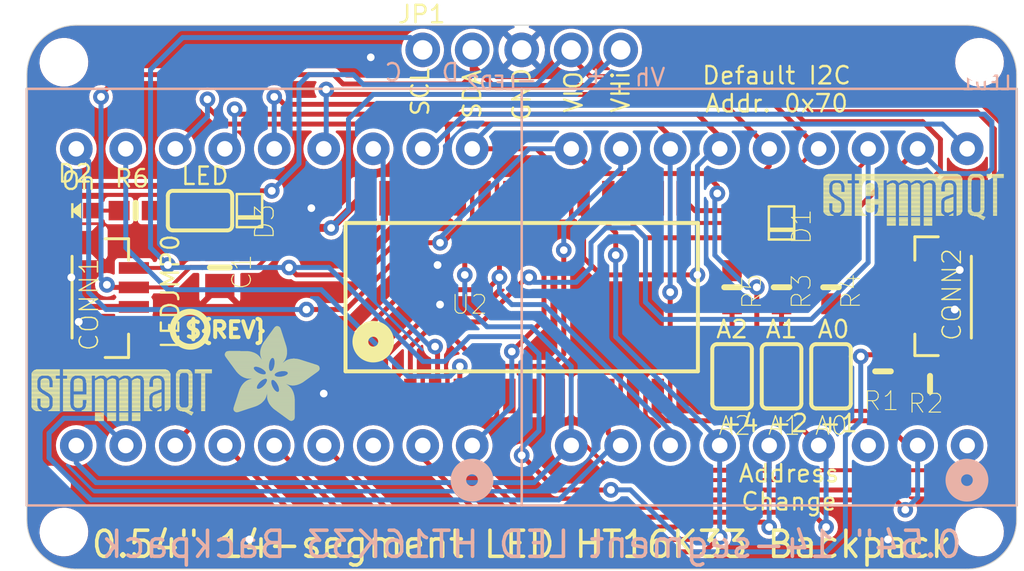
<source format=kicad_pcb>
(kicad_pcb (version 20221018) (generator pcbnew)
  (layers (0 "F.Cu" signal) (1 "In1.Cu" signal) (2 "In2.Cu" signal) (3 "In3.Cu" signal) (4 "In4.Cu" signal) (5 "In5.Cu" signal) (6 "In6.Cu" signal) (7 "In7.Cu" signal) (8 "In8.Cu" signal) (9 "In9.Cu" signal) (10 "In10.Cu" signal) (11 "In11.Cu" signal) (12 "In12.Cu" signal) (13 "In13.Cu" signal) (14 "In14.Cu" signal) (31 "B.Cu" signal) (34 "B.Paste" user) (35 "F.Paste" user) (36 "B.SilkS" user "B.Silkscreen") (37 "F.SilkS" user "F.Silkscreen") (38 "B.Mask" user) (39 "F.Mask" user) (44 "Edge.Cuts" user))
  (net 0 "")
  (net 1 "GND")
  (net 2 "N$19")
  (net 3 "N$20")
  (net 4 "A1")
  (net 5 "COM0")
  (net 6 "N$10")
  (net 7 "N$11")
  (net 8 "N$12")
  (net 9 "N$13")
  (net 10 "N$16")
  (net 11 "A0")
  (net 12 "A2")
  (net 13 "SDA")
  (net 14 "SCL")
  (net 15 "N$1")
  (net 16 "N$7")
  (net 17 "N$4")
  (net 18 "N$5")
  (net 19 "N$6")
  (net 20 "N$8")
  (net 21 "N$9")
  (net 22 "N$14")
  (net 23 "N$15")
  (net 24 "COM1")
  (net 25 "COM2")
  (net 26 "COM3")
  (net 27 "VDDIO")
  (net 28 "N$3")
  (net 29 "N$17")
  (net 30 "V+")
  (footprint "" (layer "F.Cu") (at 125.0061 92.9386)
    (fp_text reference "@HOLE2" hide)
    (fp_text value "")
  )
  (footprint "working:JST_SH4_RA" (layer "F.Cu") (at 170.0911 105.0036 90)
    (fp_text reference "CONN2")
    (fp_text value "STEMMA_I2C_QTRA" hide)
  )
  (footprint "working:STEMMAQT" (layer "F.Cu") (at 123.3551 111.3536)
    (fp_text reference "U$6" hide)
    (fp_text value "" hide)
  )
  (footprint "working:JST_SH4_RA" (layer "F.Cu") (at 126.9111 105.0036 -90)
    (fp_text reference "CONN1")
    (fp_text value "STEMMA_I2C_QTRA" hide)
  )
  (footprint "working:SOLDERJUMPER_REFLOW_NOPASTE" (layer "F.Cu") (at 161.8361 109.0676 -90)
    (fp_text reference "A1")
    (fp_text value "" hide)
  )
  (footprint "working:SOLDERJUMPER_REFLOW_NOPASTE" (layer "F.Cu") (at 164.3761 109.0676 -90)
    (fp_text reference "A0")
    (fp_text value "" hide)
  )
  (footprint "" (layer "F.Cu") (at 171.9961 117.0686)
    (fp_text reference "@HOLE1" hide)
    (fp_text value "")
  )
  (footprint "working:0805-NO" (layer "F.Cu") (at 133.0071 103.4796 -90)
    (fp_text reference "C1")
    (fp_text value "10uF")
  )
  (footprint "working:0603-NO" (layer "F.Cu") (at 159.2961 104.4956 -90)
    (fp_text reference "R5")
    (fp_text value "47K")
  )
  (footprint "working:CHIPLED_0603_NOOUTLINE" (layer "F.Cu") (at 125.6411 100.5586 90)
    (fp_text reference "D2")
    (fp_text value "GREEN")
  )
  (footprint "working:0603-NO" (layer "F.Cu") (at 167.0431 108.8136 90)
    (fp_text reference "R1")
    (fp_text value "10K")
  )
  (footprint "" (layer "F.Cu") (at 171.9961 92.9386)
    (fp_text reference "@HOLE3" hide)
    (fp_text value "")
  )
  (footprint "working:0603-NO" (layer "F.Cu") (at 161.8361 104.4956 -90)
    (fp_text reference "R3")
    (fp_text value "47K")
  )
  (footprint "working:STEMMAQT" (layer "F.Cu") (at 163.9951 101.3206)
    (fp_text reference "U$7" hide)
    (fp_text value "" hide)
  )
  (footprint "working:ADAFRUIT_5MM" (layer "F.Cu") (at 133.2611 111.3536)
    (fp_text reference "U$3" hide)
    (fp_text value "" hide)
  )
  (footprint "working:SOLDERJUMPER_REFLOW_NOPASTE" (layer "F.Cu") (at 159.2961 109.0676 -90)
    (fp_text reference "A2")
    (fp_text value "" hide)
  )
  (footprint "working:0603-NO" (layer "F.Cu") (at 169.4561 109.4486 180)
    (fp_text reference "R2")
    (fp_text value "10K")
  )
  (footprint "working:SOD-323F" (layer "F.Cu") (at 134.5311 100.5586 -90)
    (fp_text reference "D3")
    (fp_text value "CUS530")
  )
  (footprint "working:0603-NO" (layer "F.Cu") (at 128.6891 100.5586 180)
    (fp_text reference "R6")
    (fp_text value "47K")
  )
  (footprint "" (layer "F.Cu") (at 125.0061 117.0686)
    (fp_text reference "@HOLE0" hide)
    (fp_text value "")
  )
  (footprint "working:SOD-323F" (layer "F.Cu") (at 161.8361 101.1936 -90)
    (fp_text reference "D1")
    (fp_text value "CUS530")
  )
  (footprint "working:FIDUCIAL_1MM" (layer "F.Cu") (at 167.5511 94.2086)
    (fp_text reference "U$1" hide)
    (fp_text value "FIDUCIAL" hide)
  )
  (footprint "working:PCBFEAT-REV-040" (layer "F.Cu") (at 131.4831 106.6546)
    (fp_text reference "U$8" hide)
    (fp_text value "" hide)
  )
  (footprint "working:1X05_ROUND_70" (layer "F.Cu") (at 148.5011 92.3036)
    (fp_text reference "JP1")
    (fp_text value "")
  )
  (footprint "working:SOP28_300MIL_SKINNY" (layer "F.Cu") (at 148.5011 105.0036)
    (fp_text reference "U2")
    (fp_text value "HT16K33")
  )
  (footprint "working:SOLDERJUMPER_CLOSEDWIRE" (layer "F.Cu") (at 131.9911 100.5586 180)
    (fp_text reference "LEDJMP0")
    (fp_text value "")
  )
  (footprint "working:FIDUCIAL_1MM" (layer "F.Cu") (at 124.3711 114.6556)
    (fp_text reference "U$2" hide)
    (fp_text value "FIDUCIAL" hide)
  )
  (footprint "working:0603-NO" (layer "F.Cu") (at 164.3761 104.4956 -90)
    (fp_text reference "R4")
    (fp_text value "47K")
  )
  (footprint "working:SEGMENT_STARTBUST_DUAL_KWA-541CBB" (layer "B.Cu") (at 135.8011 105.0036 180)
    (fp_text reference "LED2")
    (fp_text value "")
  )
  (footprint "working:SEGMENT_STARTBUST_DUAL_KWA-541CBB" (layer "B.Cu") (at 161.2011 105.0036 180)
    (fp_text reference "LED1")
    (fp_text value "")
  )
  (gr_line (start 123.1011 93.5736) (end 123.1011 116.4336) (stroke (width 0.05)) (layer "Edge.Cuts"))
  (gr_line (start 173.9011 116.4336) (end 173.9011 93.5736) (stroke (width 0.05)) (layer "Edge.Cuts"))
  (gr_line (start 125.6411 118.9736) (end 171.3611 118.9736) (stroke (width 0.05)) (layer "Edge.Cuts"))
  (gr_arc (start 123.1011 93.5736) (mid 123.845049 91.777549) (end 125.6411 91.0336) (stroke (width 0.05)) (layer "Edge.Cuts"))
  (gr_arc (start 125.6411 118.9736) (mid 123.845049 118.229651) (end 123.1011 116.4336) (stroke (width 0.05)) (layer "Edge.Cuts"))
  (gr_line (start 171.3611 91.0336) (end 125.6411 91.0336) (stroke (width 0.05)) (layer "Edge.Cuts"))
  (gr_arc (start 173.9011 116.4336) (mid 173.157151 118.229651) (end 171.3611 118.9736) (stroke (width 0.05)) (layer "Edge.Cuts"))
  (gr_arc (start 171.3611 91.0336) (mid 173.157151 91.777549) (end 173.9011 93.5736) (stroke (width 0.05)) (layer "Edge.Cuts"))
  (gr_text "D" (at 144.3101 92.9386) (layer "B.SilkS") (effects (font (size 0.89408 0.89408) (thickness 0.12192)) (justify right top mirror)))
  (gr_text "0.54\" 14-segment LED HT16K33 Backpack " (at 148.5011 117.7036) (layer "B.SilkS") (effects (font (size 1.34112 1.34112) (thickness 0.18288)) (justify mirror)))
  (gr_text "-" (at 148.1201 93.3196) (layer "B.SilkS") (effects (font (size 0.89408 0.89408) (thickness 0.12192)) (justify right top mirror)))
  (gr_text "C" (at 141.3891 92.9386) (layer "B.SilkS") (effects (font (size 0.89408 0.89408) (thickness 0.12192)) (justify right top mirror)))
  (gr_text "+" (at 151.6761 93.0656) (layer "B.SilkS") (effects (font (size 0.89408 0.89408) (thickness 0.12192)) (justify right top mirror)))
  (gr_text "Vh" (at 154.2161 93.1926) (layer "B.SilkS") (effects (font (size 0.89408 0.89408) (thickness 0.12192)) (justify right top mirror)))
  (gr_text "SCL" (at 143.2941 94.4626 90) (layer "F.SilkS") (effects (font (size 0.89408 0.89408) (thickness 0.12192))))
  (gr_text "+4" (at 159.6771 111.4806) (layer "F.SilkS") (effects (font (size 0.89408 0.89408) (thickness 0.12192))))
  (gr_text "VIO" (at 151.1681 94.4626 90) (layer "F.SilkS") (effects (font (size 0.89408 0.89408) (thickness 0.12192))))
  (gr_text "0.54\" 14-segment LED HT16K33 Backpack" (at 148.5011 117.7036) (layer "F.SilkS") (effects (font (size 1.34112 1.34112) (thickness 0.18288))))
  (gr_text "LED" (at 132.2451 98.7806) (layer "F.SilkS") (effects (font (size 0.89408 0.89408) (thickness 0.12192))))
  (gr_text "GND" (at 148.5011 94.5896 90) (layer "F.SilkS") (effects (font (size 0.89408 0.89408) (thickness 0.12192))))
  (gr_text "+2" (at 162.2171 111.4806) (layer "F.SilkS") (effects (font (size 0.89408 0.89408) (thickness 0.12192))))
  (gr_text "A0" (at 164.5031 106.6546) (layer "F.SilkS") (effects (font (size 0.89408 0.89408) (thickness 0.12192))))
  (gr_text "Default I2C\nAddr. 0x70" (at 161.5821 94.3356) (layer "F.SilkS") (effects (font (size 0.89408 0.89408) (thickness 0.12192))))
  (gr_text "+1" (at 164.7571 111.4806) (layer "F.SilkS") (effects (font (size 0.89408 0.89408) (thickness 0.12192))))
  (gr_text "Address\nChange" (at 162.2171 114.7826) (layer "F.SilkS") (effects (font (size 0.89408 0.89408) (thickness 0.12192))))
  (gr_text "VHi" (at 153.5811 94.4626 90) (layer "F.SilkS") (effects (font (size 0.89408 0.89408) (thickness 0.12192))))
  (gr_text "A2" (at 159.2961 106.6546) (layer "F.SilkS") (effects (font (size 0.89408 0.89408) (thickness 0.12192))))
  (gr_text "SDA" (at 145.9611 94.5896 90) (layer "F.SilkS") (effects (font (size 0.89408 0.89408) (thickness 0.12192))))
  (gr_text "A1" (at 161.8361 106.6546) (layer "F.SilkS") (effects (font (size 0.89408 0.89408) (thickness 0.12192))))
  (gr_text "On" (at 125.7681 99.0346) (layer "F.SilkS") (effects (font (size 0.89408 0.89408) (thickness 0.12192))))
  (segment (start 140.2461 110.0836) (end 140.2461 109.9566) (width 0.254) (layer "F.Cu") (net 1))
  (segment (start 140.2461 109.9566) (end 138.3411 109.9566) (width 0.254) (layer "F.Cu") (net 1))
  (via (at 137.7061 100.4316) (size 0.8001) (drill 0.3937) (layers "F.Cu" "B.Cu") (net 1))
  (via (at 140.7541 92.6846) (size 0.8001) (drill 0.3937) (layers "F.Cu" "B.Cu") (net 1))
  (via (at 167.2971 117.4496) (size 0.8064) (drill 0.4) (layers "F.Cu" "B.Cu") (net 1))
  (via (at 144.1831 103.3526) (size 0.8064) (drill 0.4) (layers "F.Cu" "B.Cu") (net 1))
  (via (at 170.7261 105.6386) (size 0.8064) (drill 0.4) (layers "F.Cu" "B.Cu") (net 1))
  (via (at 125.7681 106.2736) (size 0.8064) (drill 0.4) (layers "F.Cu" "B.Cu") (net 1))
  (via (at 138.3411 109.9566) (size 0.8001) (drill 0.3937) (layers "F.Cu" "B.Cu") (net 1))
  (via (at 125.3871 103.9876) (size 0.8064) (drill 0.4) (layers "F.Cu" "B.Cu") (net 1))
  (via (at 144.3101 105.3846) (size 0.8064) (drill 0.4) (layers "F.Cu" "B.Cu") (net 1))
  (via (at 134.5311 117.4496) (size 0.8064) (drill 0.4) (layers "F.Cu" "B.Cu") (net 1))
  (via (at 170.9801 103.6066) (size 0.8064) (drill 0.4) (layers "F.Cu" "B.Cu") (net 1))
  (segment (start 161.8361 108.3056) (end 161.8361 105.3456) (width 0.254) (layer "F.Cu") (net 2))
  (segment (start 164.3761 108.3056) (end 164.3761 105.3456) (width 0.254) (layer "F.Cu") (net 3))
  (segment (start 144.3101 102.2096) (end 142.9131 102.2096) (width 0.254) (layer "F.Cu") (net 4))
  (segment (start 145.3261 101.3206) (end 144.4371 102.2096) (width 0.254) (layer "F.Cu") (net 4))
  (segment (start 152.3111 98.6536) (end 157.8991 98.6536) (width 0.254) (layer "F.Cu") (net 4))
  (segment (start 160.5661 104.4956) (end 160.5661 109.4486) (width 0.254) (layer "F.Cu") (net 4))
  (segment (start 144.3101 102.2096) (end 144.4371 102.2096) (width 0.254) (layer "F.Cu") (net 4))
  (segment (start 160.5661 109.4486) (end 160.9471 109.8296) (width 0.254) (layer "F.Cu") (net 4))
  (segment (start 142.9131 102.2096) (end 139.4841 105.6386) (width 0.254) (layer "F.Cu") (net 4))
  (segment (start 145.3261 101.3206) (end 145.3261 99.9236) (width 0.254) (layer "F.Cu") (net 4))
  (segment (start 158.539587 99.294088) (end 158.539587 99.675088) (width 0.254) (layer "F.Cu") (net 4))
  (segment (start 139.4841 105.6386) (end 137.4521 105.6386) (width 0.254) (layer "F.Cu") (net 4))
  (segment (start 158.539587 99.294088) (end 157.8991 98.6536) (width 0.254) (layer "F.Cu") (net 4))
  (segment (start 160.9471 109.8296) (end 161.8361 109.8296) (width 0.254) (layer "F.Cu") (net 4))
  (segment (start 151.0411 97.3836) (end 152.3111 98.6536) (width 0.254) (layer "F.Cu") (net 4))
  (via (at 160.5661 104.4956) (size 0.8064) (drill 0.4) (layers "F.Cu" "B.Cu") (net 4))
  (via (at 158.539587 99.675088) (size 0.8064) (drill 0.4) (layers "F.Cu" "B.Cu") (net 4))
  (via (at 144.3101 102.2096) (size 0.8001) (drill 0.3937) (layers "F.Cu" "B.Cu") (net 4))
  (via (at 137.4521 105.6386) (size 0.8001) (drill 0.3937) (layers "F.Cu" "B.Cu") (net 4))
  (segment (start 137.4521 105.6386) (end 127.1651 105.6386) (width 0.254) (layer "B.Cu") (net 4))
  (segment (start 158.412587 99.802088) (end 158.412587 102.850088) (width 0.254) (layer "B.Cu") (net 4))
  (segment (start 126.2761 98.0186) (end 125.6411 97.3836) (width 0.254) (layer "B.Cu") (net 4))
  (segment (start 127.1651 105.6386) (end 126.2761 104.7496) (width 0.254) (layer "B.Cu") (net 4))
  (segment (start 158.539587 99.675088) (end 158.412587 99.802088) (width 0.254) (layer "B.Cu") (net 4))
  (segment (start 126.2761 98.0186) (end 126.2761 104.7496) (width 0.254) (layer "B.Cu") (net 4))
  (segment (start 160.5661 104.4956) (end 160.0581 104.4956) (width 0.254) (layer "B.Cu") (net 4))
  (segment (start 144.3101 101.9556) (end 144.3101 102.2096) (width 0.254) (layer "B.Cu") (net 4))
  (segment (start 148.8821 97.3836) (end 144.3101 101.9556) (width 0.254) (layer "B.Cu") (net 4))
  (segment (start 151.0411 97.3836) (end 148.8821 97.3836) (width 0.254) (layer "B.Cu") (net 4))
  (segment (start 160.0581 104.4956) (end 158.412587 102.850088) (width 0.254) (layer "B.Cu") (net 4))
  (segment (start 163.9791 100.1936) (end 161.8361 100.1936) (width 0.2032) (layer "F.Cu") (net 5))
  (segment (start 143.2941 106.2736) (end 146.4691 106.2736) (width 0.254) (layer "F.Cu") (net 5))
  (segment (start 148.7551 103.9876) (end 148.8821 103.9876) (width 0.254) (layer "F.Cu") (net 5))
  (segment (start 146.4691 106.2736) (end 148.7551 103.9876) (width 0.254) (layer "F.Cu") (net 5))
  (segment (start 166.2811 97.8916) (end 163.9791 100.1936) (width 0.2032) (layer "F.Cu") (net 5))
  (segment (start 141.5161 110.0836) (end 141.5161 108.0516) (width 0.254) (layer "F.Cu") (net 5))
  (segment (start 166.2811 97.3836) (end 166.2811 97.8916) (width 0.2032) (layer "F.Cu") (net 5))
  (segment (start 141.5161 108.0516) (end 143.2941 106.2736) (width 0.254) (layer "F.Cu") (net 5))
  (via (at 148.8821 103.9876) (size 0.8064) (drill 0.4) (layers "F.Cu" "B.Cu") (net 5))
  (segment (start 166.2811 103.2256) (end 163.3601 106.1466) (width 0.254) (layer "B.Cu") (net 5))
  (segment (start 152.8191 101.4476) (end 152.0571 102.2096) (width 0.254) (layer "B.Cu") (net 5))
  (segment (start 154.8511 101.9556) (end 154.3431 101.4476) (width 0.254) (layer "B.Cu") (net 5))
  (segment (start 154.8511 105.2576) (end 154.8511 101.9556) (width 0.254) (layer "B.Cu") (net 5))
  (segment (start 166.2811 97.3836) (end 166.2811 103.2256) (width 0.254) (layer "B.Cu") (net 5))
  (segment (start 148.8821 103.9876) (end 149.1361 104.2416) (width 0.254) (layer "B.Cu") (net 5))
  (segment (start 149.1361 104.2416) (end 151.2951 104.2416) (width 0.254) (layer "B.Cu") (net 5))
  (segment (start 154.3431 101.4476) (end 152.8191 101.4476) (width 0.254) (layer "B.Cu") (net 5))
  (segment (start 151.2951 104.2416) (end 152.0571 103.4796) (width 0.254) (layer "B.Cu") (net 5))
  (segment (start 163.3601 106.1466) (end 155.7401 106.1466) (width 0.254) (layer "B.Cu") (net 5))
  (segment (start 155.7401 106.1466) (end 154.8511 105.2576) (width 0.254) (layer "B.Cu") (net 5))
  (segment (start 152.0571 102.2096) (end 152.0571 103.4796) (width 0.254) (layer "B.Cu") (net 5))
  (segment (start 142.5321 104.6226) (end 146.7231 104.6226) (width 0.254) (layer "F.Cu") (net 6))
  (segment (start 138.8491 108.3056) (end 134.9121 108.3056) (width 0.254) (layer "F.Cu") (net 6))
  (segment (start 142.5321 104.6226) (end 138.8491 108.3056) (width 0.254) (layer "F.Cu") (net 6))
  (segment (start 147.3581 103.9876) (end 146.7231 104.6226) (width 0.254) (layer "F.Cu") (net 6))
  (segment (start 134.9121 108.3056) (end 130.7211 112.4966) (width 0.254) (layer "F.Cu") (net 6))
  (segment (start 147.8661 101.8286) (end 147.3581 102.3366) (width 0.254) (layer "F.Cu") (net 6))
  (segment (start 147.3581 102.3366) (end 147.3581 103.9876) (width 0.254) (layer "F.Cu") (net 6))
  (segment (start 147.8661 99.9236) (end 147.8661 101.8286) (width 0.254) (layer "F.Cu") (net 6))
  (segment (start 130.7211 112.4966) (end 130.7211 112.6236) (width 0.254) (layer "F.Cu") (net 6))
  (via (at 147.3581 103.9876) (size 0.8001) (drill 0.3937) (layers "F.Cu" "B.Cu") (net 6))
  (segment (start 147.9931 105.3846) (end 147.3581 104.7496) (width 0.254) (layer "B.Cu") (net 6))
  (segment (start 147.3581 104.7496) (end 147.3581 103.9876) (width 0.254) (layer "B.Cu") (net 6))
  (segment (start 156.1211 111.8616) (end 149.6441 105.3846) (width 0.254) (layer "B.Cu") (net 6))
  (segment (start 149.6441 105.3846) (end 147.9931 105.3846) (width 0.254) (layer "B.Cu") (net 6))
  (segment (start 156.1211 112.6236) (end 156.1211 111.8616) (width 0.254) (layer "B.Cu") (net 6))
  (segment (start 149.6441 103.2256) (end 149.1361 102.7176) (width 0.254) (layer "F.Cu") (net 7))
  (segment (start 149.6441 106.1466) (end 147.9931 107.7976) (width 0.254) (layer "F.Cu") (net 7))
  (segment (start 145.9611 112.6236) (end 145.9611 113.5126) (width 0.254) (layer "F.Cu") (net 7))
  (segment (start 148.2471 115.7986) (end 145.9611 113.5126) (width 0.254) (layer "F.Cu") (net 7))
  (segment (start 171.3611 113.7666) (end 170.2181 114.9096) (width 0.254) (layer "F.Cu") (net 7))
  (segment (start 148.2471 115.7986) (end 155.9941 115.7986) (width 0.254) (layer "F.Cu") (net 7))
  (segment (start 149.6441 103.2256) (end 149.6441 106.1466) (width 0.254) (layer "F.Cu") (net 7))
  (segment (start 149.1361 99.9236) (end 149.1361 102.7176) (width 0.254) (layer "F.Cu") (net 7))
  (segment (start 155.9941 115.7986) (end 156.8831 114.9096) (width 0.254) (layer "F.Cu") (net 7))
  (segment (start 171.3611 113.7666) (end 171.3611 112.6236) (width 0.254) (layer "F.Cu") (net 7))
  (segment (start 170.2181 114.9096) (end 156.8831 114.9096) (width 0.254) (layer "F.Cu") (net 7))
  (via (at 147.9931 107.7976) (size 0.8001) (drill 0.3937) (layers "F.Cu" "B.Cu") (net 7))
  (segment (start 147.9931 110.5916) (end 145.9611 112.6236) (width 0.254) (layer "B.Cu") (net 7))
  (segment (start 147.9931 107.7976) (end 147.9931 110.5916) (width 0.254) (layer "B.Cu") (net 7))
  (segment (start 150.4061 98.5266) (end 150.4061 99.9236) (width 0.254) (layer "F.Cu") (net 8))
  (segment (start 145.9611 97.3836) (end 149.2631 97.3836) (width 0.254) (layer "F.Cu") (net 8))
  (segment (start 149.2631 97.3836) (end 150.4061 98.5266) (width 0.254) (layer "F.Cu") (net 8))
  (segment (start 145.9611 97.1296) (end 145.9611 97.3836) (width 0.254) (layer "B.Cu") (net 8))
  (segment (start 170.0911 96.1136) (end 146.9771 96.1136) (width 0.254) (layer "B.Cu") (net 8))
  (segment (start 146.9771 96.1136) (end 145.9611 97.1296) (width 0.254) (layer "B.Cu") (net 8))
  (segment (start 171.3611 97.3836) (end 170.0911 96.1136) (width 0.254) (layer "B.Cu") (net 8))
  (segment (start 157.5181 103.8606) (end 152.5651 103.8606) (width 0.254) (layer "F.Cu") (net 9))
  (segment (start 151.6761 102.9716) (end 151.6761 99.9236) (width 0.254) (layer "F.Cu") (net 9))
  (segment (start 158.6611 96.7486) (end 158.6611 97.3836) (width 0.254) (layer "F.Cu") (net 9))
  (segment (start 157.5181 95.6056) (end 158.6611 96.7486) (width 0.254) (layer "F.Cu") (net 9))
  (segment (start 133.7691 95.3516) (end 134.0231 95.6056) (width 0.254) (layer "F.Cu") (net 9))
  (segment (start 152.5651 103.8606) (end 151.6761 102.9716) (width 0.254) (layer "F.Cu") (net 9))
  (segment (start 134.0231 95.6056) (end 157.5181 95.6056) (width 0.254) (layer "F.Cu") (net 9))
  (via (at 157.5181 103.8606) (size 0.8001) (drill 0.3937) (layers "F.Cu" "B.Cu") (net 9))
  (via (at 133.7691 95.3516) (size 0.8001) (drill 0.3937) (layers "F.Cu" "B.Cu") (net 9))
  (segment (start 133.7691 95.3516) (end 133.7691 96.8756) (width 0.254) (layer "B.Cu") (net 9))
  (segment (start 157.5181 98.2726) (end 157.5181 103.8606) (width 0.254) (layer "B.Cu") (net 9))
  (segment (start 158.4071 97.3836) (end 157.5181 98.2726) (width 0.254) (layer "B.Cu") (net 9))
  (segment (start 133.2611 97.3836) (end 133.7691 96.8756) (width 0.254) (layer "B.Cu") (net 9))
  (segment (start 158.6611 97.3836) (end 158.4071 97.3836) (width 0.254) (layer "B.Cu") (net 9))
  (segment (start 157.8991 118.0846) (end 138.7221 118.0846) (width 0.254) (layer "F.Cu") (net 10))
  (segment (start 158.6611 117.3226) (end 157.8991 118.0846) (width 0.254) (layer "F.Cu") (net 10))
  (segment (start 153.3271 101.7016) (end 153.3271 102.8446) (width 0.254) (layer "F.Cu") (net 10))
  (segment (start 153.3271 101.7016) (end 152.9461 101.3206) (width 0.254) (layer "F.Cu") (net 10))
  (segment (start 133.2611 112.6236) (end 138.7221 118.0846) (width 0.254) (layer "F.Cu") (net 10))
  (segment (start 152.9461 101.3206) (end 152.9461 99.9236) (width 0.254) (layer "F.Cu") (net 10))
  (via (at 158.6611 117.3226) (size 0.8001) (drill 0.3937) (layers "F.Cu" "B.Cu") (net 10))
  (via (at 153.3271 102.8446) (size 0.8001) (drill 0.3937) (layers "F.Cu" "B.Cu") (net 10))
  (segment (start 158.6611 112.3696) (end 153.3271 107.0356) (width 0.254) (layer "B.Cu") (net 10))
  (segment (start 158.6611 117.3226) (end 158.6611 112.6236) (width 0.254) (layer "B.Cu") (net 10))
  (segment (start 153.3271 102.8446) (end 153.3271 107.0356) (width 0.254) (layer "B.Cu") (net 10))
  (segment (start 158.6611 112.6236) (end 158.6611 112.3696) (width 0.254) (layer "B.Cu") (net 10))
  (segment (start 170.0911 113.5126) (end 170.0911 112.1156) (width 0.2032) (layer "F.Cu") (net 11))
  (segment (start 146.5961 99.9236) (end 146.5961 101.3206) (width 0.254) (layer "F.Cu") (net 11))
  (segment (start 161.4551 114.4016) (end 161.9631 113.8936) (width 0.2032) (layer "F.Cu") (net 11))
  (segment (start 167.995437 111.2266) (end 169.2021 111.2266) (width 0.2032) (layer "F.Cu") (net 11))
  (segment (start 169.7101 113.8936) (end 170.0911 113.5126) (width 0.2032) (layer "F.Cu") (net 11))
  (segment (start 153.5811 114.4016) (end 151.8031 112.6236) (width 0.2032) (layer "F.Cu") (net 11))
  (segment (start 170.0911 112.1156) (end 169.2021 111.2266) (width 0.2032) (layer "F.Cu") (net 11))
  (segment (start 153.5811 114.4016) (end 161.4551 114.4016) (width 0.2032) (layer "F.Cu") (net 11))
  (segment (start 167.614437 110.8456) (end 167.995437 111.2266) (width 0.2032) (layer "F.Cu") (net 11))
  (segment (start 165.3921 110.8456) (end 167.614437 110.8456) (width 0.2032) (layer "F.Cu") (net 11))
  (segment (start 151.0411 112.6236) (end 151.8031 112.6236) (width 0.2032) (layer "F.Cu") (net 11))
  (segment (start 145.5801 103.8606) (end 145.5801 102.3366) (width 0.254) (layer "F.Cu") (net 11))
  (segment (start 161.9631 113.8936) (end 169.7101 113.8936) (width 0.2032) (layer "F.Cu") (net 11))
  (segment (start 164.3761 109.8296) (end 165.3921 110.8456) (width 0.2032) (layer "F.Cu") (net 11))
  (segment (start 146.5961 101.3206) (end 145.5801 102.3366) (width 0.254) (layer "F.Cu") (net 11))
  (via (at 145.5801 103.8606) (size 0.8001) (drill 0.3937) (layers "F.Cu" "B.Cu") (net 11))
  (segment (start 151.0411 112.6236) (end 149.1361 114.5286) (width 0.254) (layer "B.Cu") (net 11))
  (segment (start 126.6571 114.5286) (end 125.6411 113.5126) (width 0.254) (layer "B.Cu") (net 11))
  (segment (start 149.1361 114.5286) (end 126.6571 114.5286) (width 0.254) (layer "B.Cu") (net 11))
  (segment (start 125.6411 113.5126) (end 125.6411 112.6236) (width 0.254) (layer "B.Cu") (net 11))
  (segment (start 145.5801 105.3846) (end 145.5801 103.8606) (width 0.254) (layer "B.Cu") (net 11))
  (segment (start 151.0411 112.6236) (end 151.0411 108.5596) (width 0.254) (layer "B.Cu") (net 11))
  (segment (start 149.0091 106.5276) (end 146.7231 106.5276) (width 0.254) (layer "B.Cu") (net 11))
  (segment (start 151.0411 108.5596) (end 149.0091 106.5276) (width 0.254) (layer "B.Cu") (net 11))
  (segment (start 146.7231 106.5276) (end 145.5801 105.3846) (width 0.254) (layer "B.Cu") (net 11))
  (segment (start 144.6911 96.1136) (end 155.4861 96.1136) (width 0.254) (layer "F.Cu") (net 12))
  (segment (start 132.3721 94.8436) (end 132.3721 95.2246) (width 0.254) (layer "F.Cu") (net 12))
  (segment (start 158.968825 109.8296) (end 156.1211 106.981875) (width 0.254) (layer "F.Cu") (net 12))
  (segment (start 144.0561 98.6536) (end 144.6911 98.0186) (width 0.254) (layer "F.Cu") (net 12))
  (segment (start 144.6911 98.0186) (end 144.6911 96.1136) (width 0.254) (layer "F.Cu") (net 12))
  (segment (start 156.1211 106.981875) (end 156.1211 104.7496) (width 0.254) (layer "F.Cu") (net 12))
  (segment (start 156.1211 96.7486) (end 156.1211 97.3836) (width 0.254) (layer "F.Cu") (net 12))
  (segment (start 155.4861 96.1136) (end 156.1211 96.7486) (width 0.254) (layer "F.Cu") (net 12))
  (segment (start 159.2961 109.8296) (end 158.968825 109.8296) (width 0.254) (layer "F.Cu") (net 12))
  (segment (start 144.0561 99.9236) (end 144.0561 98.6536) (width 0.254) (layer "F.Cu") (net 12))
  (segment (start 133.2611 96.1136) (end 144.6911 96.1136) (width 0.254) (layer "F.Cu") (net 12))
  (segment (start 133.2611 96.1136) (end 132.3721 95.2246) (width 0.254) (layer "F.Cu") (net 12))
  (via (at 156.1211 104.7496) (size 0.8064) (drill 0.4) (layers "F.Cu" "B.Cu") (net 12))
  (via (at 132.3721 94.8436) (size 0.8001) (drill 0.3937) (layers "F.Cu" "B.Cu") (net 12))
  (segment (start 156.1211 104.7496) (end 156.1211 97.3836) (width 0.254) (layer "B.Cu") (net 12))
  (segment (start 130.7211 97.3836) (end 132.3721 95.7326) (width 0.254) (layer "B.Cu") (net 12))
  (segment (start 132.3721 94.8436) (end 132.3721 95.7326) (width 0.254) (layer "B.Cu") (net 12))
  (segment (start 169.7101 107.0356) (end 169.7101 106.1466) (width 0.254) (layer "F.Cu") (net 13))
  (segment (start 147.0279 94.1324) (end 145.8341 92.9386) (width 0.254) (layer "F.Cu") (net 13))
  (segment (start 169.0671 105.5036) (end 168.4051 105.5036) (width 0.254) (layer "F.Cu") (net 13))
  (segment (start 126.9111 94.5896) (end 127.9271 93.5736) (width 0.254) (layer "F.Cu") (net 13))
  (segment (start 166.7891 105.1306) (end 167.1621 105.5036) (width 0.254) (layer "F.Cu") (net 13))
  (segment (start 168.6061 108.1396) (end 169.7101 107.0356) (width 0.254) (layer "F.Cu") (net 13))
  (segment (start 167.1621 105.5036) (end 168.4051 105.5036) (width 0.254) (layer "F.Cu") (net 13))
  (segment (start 169.076468 95.9866) (end 169.9895 96.899632) (width 0.254) (layer "F.Cu") (net 13))
  (segment (start 126.9111 94.7166) (end 126.9111 94.5896) (width 0.254) (layer "F.Cu") (net 13))
  (segment (start 161.136481 94.1324) (end 147.0279 94.1324) (width 0.254) (layer "F.Cu") (net 13))
  (segment (start 128.5971 104.5036) (end 127.3477 104.5036) (width 0.254) (layer "F.Cu") (net 13))
  (segment (start 138.8491 93.5736) (end 127.9271 93.5736) (width 0.254) (layer "F.Cu") (net 13))
  (segment (start 145.9611 92.3036) (end 145.8341 92.4306) (width 0.254) (layer "F.Cu") (net 13))
  (segment (start 139.3317 94.0562) (end 138.8491 93.5736) (width 0.254) (layer "F.Cu") (net 13))
  (segment (start 130.4591 104.5036) (end 131.5083 103.4544) (width 0.2032) (layer "F.Cu") (net 13))
  (segment (start 168.6061 109.4486) (end 168.6061 108.1396) (width 0.254) (layer "F.Cu") (net 13))
  (segment (start 145.9611 93.5736) (end 145.4785 94.0562) (width 0.254) (layer "F.Cu") (net 13))
  (segment (start 161.136481 94.1324) (end 162.990681 95.9866) (width 0.254) (layer "F.Cu") (net 13))
  (segment (start 135.74395 102.64775) (end 139.93495 102.64775) (width 0.254) (layer "F.Cu") (net 13))
  (segment (start 145.9611 92.3036) (end 145.9611 93.5736) (width 0.254) (layer "F.Cu") (net 13))
  (segment (start 128.5971 104.5036) (end 130.4591 104.5036) (width 0.2032) (layer "F.Cu") (net 13))
  (segment (start 131.5083 103.4544) (end 134.9373 103.4544) (width 0.2032) (layer "F.Cu") (net 13))
  (segment (start 169.9895 96.899632) (end 169.9895 98.5012) (width 0.254) (layer "F.Cu") (net 13))
  (segment (start 145.8341 92.9386) (end 145.8341 92.4306) (width 0.254) (layer "F.Cu") (net 13))
  (segment (start 169.9895 98.5012) (end 166.7891 101.7016) (width 0.254) (layer "F.Cu") (net 13))
  (segment (start 145.4785 94.0562) (end 139.3317 94.0562) (width 0.254) (layer "F.Cu") (net 13))
  (segment (start 162.990681 95.9866) (end 169.076468 95.9866) (width 0.254) (layer "F.Cu") (net 13))
  (segment (start 166.7891 101.7016) (end 166.7891 105.1306) (width 0.254) (layer "F.Cu") (net 13))
  (segment (start 134.9373 103.4544) (end 135.74395 102.64775) (width 0.2032) (layer "F.Cu") (net 13))
  (segment (start 127.3477 104.5036) (end 127.2127 104.3686) (width 0.254) (layer "F.Cu") (net 13))
  (segment (start 141.5161 101.0666) (end 141.5161 99.9236) (width 0.254) (layer "F.Cu") (net 13))
  (segment (start 139.93495 102.64775) (end 141.5161 101.0666) (width 0.254) (layer "F.Cu") (net 13))
  (segment (start 169.7101 106.1466) (end 169.0671 105.5036) (width 0.254) (layer "F.Cu") (net 13))
  (via (at 127.2127 104.3686) (size 0.8064) (drill 0.4) (layers "F.Cu" "B.Cu") (net 13))
  (via (at 126.9111 94.7166) (size 0.8064) (drill 0.4) (layers "F.Cu" "B.Cu") (net 13))
  (segment (start 127.2127 104.3686) (end 126.9111 104.067) (width 0.254) (layer "B.Cu") (net 13))
  (segment (start 126.9111 104.067) (end 126.9111 94.7166) (width 0.254) (layer "B.Cu") (net 13))
  (segment (start 136.9441 103.8606) (end 140.3731 103.8606) (width 0.254) (layer "F.Cu") (net 14))
  (segment (start 150.2791 114.9096) (end 153.0731 114.9096) (width 0.254) (layer "F.Cu") (net 14))
  (segment (start 142.7861 101.4476) (end 142.7861 99.9236) (width 0.254) (layer "F.Cu") (net 14))
  (segment (start 148.5011 113.1316) (end 150.2791 114.9096) (width 0.254) (layer "F.Cu") (net 14))
  (segment (start 128.5971 103.5036) (end 130.1891 103.5036) (width 0.2032) (layer "F.Cu") (net 14))
  (segment (start 168.4051 106.6016) (end 168.4051 106.5036) (width 0.254) (layer "F.Cu") (net 14))
  (segment (start 130.1891 103.5036) (end 130.3401 103.3526) (width 0.2032) (layer "F.Cu") (net 14))
  (segment (start 140.3731 103.8606) (end 142.7861 101.4476) (width 0.254) (layer "F.Cu") (net 14))
  (segment (start 167.0431 107.9636) (end 165.9881 107.9636) (width 0.254) (layer "F.Cu") (net 14))
  (segment (start 136.5631 103.4796) (end 136.9441 103.8606) (width 0.254) (layer "F.Cu") (net 14))
  (segment (start 167.0431 107.9636) (end 168.4051 106.6016) (width 0.254) (layer "F.Cu") (net 14))
  (segment (start 165.9881 107.9636) (end 165.9001 108.0516) (width 0.254) (layer "F.Cu") (net 14))
  (segment (start 153.0731 114.9096) (end 153.080465 114.902234) (width 0.254) (layer "F.Cu") (net 14))
  (via (at 136.5631 103.4796) (size 0.8001) (drill 0.3937) (layers "F.Cu" "B.Cu") (net 14))
  (via (at 165.9001 108.0516) (size 0.8064) (drill 0.4) (layers "F.Cu" "B.Cu") (net 14))
  (via (at 130.3401 103.3526) (size 0.8064) (drill 0.4) (layers "F.Cu" "B.Cu") (net 14))
  (via (at 148.5011 113.1316) (size 0.8064) (drill 0.4) (layers "F.Cu" "B.Cu") (net 14))
  (via (at 153.080465 114.902234) (size 0.8064) (drill 0.4) (layers "F.Cu" "B.Cu") (net 14))
  (segment (start 145.817369 107.0356) (end 148.5011 107.0356) (width 0.254) (layer "B.Cu") (net 14))
  (segment (start 165.1127 117.094) (end 164.1221 118.0846) (width 0.254) (layer "B.Cu") (net 14))
  (segment (start 129.4511 102.4636) (end 130.3401 103.3526) (width 0.254) (layer "B.Cu") (net 14))
  (segment (start 164.1221 118.0846) (end 157.2641 118.0846) (width 0.254) (layer "B.Cu") (net 14))
  (segment (start 132.1181 103.4796) (end 136.5631 103.4796) (width 0.254) (layer "B.Cu") (net 14))
  (segment (start 143.4211 92.3036) (end 142.7861 91.6686) (width 0.254) (layer "B.Cu") (net 14))
  (segment (start 148.5011 107.0356) (end 149.3901 107.9246) (width 0.254) (layer "B.Cu") (net 14))
  (segment (start 144.547369 108.3056) (end 145.817369 107.0356) (width 0.254) (layer "B.Cu") (net 14))
  (segment (start 149.3901 107.9246) (end 149.3901 111.8616) (width 0.254) (layer "B.Cu") (net 14))
  (segment (start 136.5631 103.4796) (end 138.606682 103.4796) (width 0.254) (layer "B.Cu") (net 14))
  (segment (start 129.4511 100.8126) (end 129.4511 102.4636) (width 0.254) (layer "B.Cu") (net 14))
  (segment (start 157.2641 118.0846) (end 154.081734 114.902234) (width 0.254) (layer "B.Cu") (net 14))
  (segment (start 138.606682 103.4796) (end 143.432682 108.3056) (width 0.254) (layer "B.Cu") (net 14))
  (segment (start 131.1021 91.6686) (end 129.4511 93.3196) (width 0.254) (layer "B.Cu") (net 14))
  (segment (start 130.4036 103.4161) (end 130.3401 103.3526) (width 0.254) (layer "B.Cu") (net 14))
  (segment (start 165.9001 111.352231) (end 165.1127 112.139631) (width 0.254) (layer "B.Cu") (net 14))
  (segment (start 142.7861 91.6686) (end 131.1021 91.6686) (width 0.254) (layer "B.Cu") (net 14))
  (segment (start 143.432682 108.3056) (end 144.547369 108.3056) (width 0.254) (layer "B.Cu") (net 14))
  (segment (start 132.1181 103.4796) (end 130.4671 103.4796) (width 0.254) (layer "B.Cu") (net 14))
  (segment (start 165.9001 108.0516) (end 165.9001 111.352231) (width 0.254) (layer "B.Cu") (net 14))
  (segment (start 148.5011 112.7506) (end 148.5011 113.1316) (width 0.254) (layer "B.Cu") (net 14))
  (segment (start 153.080465 114.902234) (end 154.081734 114.902234) (width 0.254) (layer "B.Cu") (net 14))
  (segment (start 149.3901 111.8616) (end 148.5011 112.7506) (width 0.254) (layer "B.Cu") (net 14))
  (segment (start 129.4511 93.3196) (end 129.4511 100.8126) (width 0.254) (layer "B.Cu") (net 14))
  (segment (start 165.1127 112.139631) (end 165.1127 117.094) (width 0.254) (layer "B.Cu") (net 14))
  (segment (start 130.4671 103.4796) (end 130.4036 103.4161) (width 0.254) (layer "B.Cu") (net 14))
  (segment (start 159.2961 103.6456) (end 161.8361 103.6456) (width 0.254) (layer "F.Cu") (net 15))
  (segment (start 161.8361 103.6456) (end 164.3761 103.6456) (width 0.254) (layer "F.Cu") (net 15))
  (segment (start 161.8361 102.1936) (end 161.8361 103.6456) (width 0.2032) (layer "F.Cu") (net 15))
  (segment (start 159.2961 108.3056) (end 159.2961 105.3456) (width 0.254) (layer "F.Cu") (net 16))
  (segment (start 165.1381 101.0666) (end 168.8211 97.3836) (width 0.254) (layer "F.Cu") (net 17))
  (segment (start 154.8511 101.9556) (end 160.1851 101.9556) (width 0.254) (layer "F.Cu") (net 17))
  (segment (start 161.0741 101.0666) (end 165.1381 101.0666) (width 0.254) (layer "F.Cu") (net 17))
  (segment (start 154.2161 99.9236) (end 154.2161 101.3206) (width 0.254) (layer "F.Cu") (net 17))
  (segment (start 154.2161 101.3206) (end 154.8511 101.9556) (width 0.254) (layer "F.Cu") (net 17))
  (segment (start 160.1851 101.9556) (end 161.0741 101.0666) (width 0.254) (layer "F.Cu") (net 17))
  (segment (start 145.5801 95.6056) (end 143.8021 97.3836) (width 0.254) (layer "B.Cu") (net 17))
  (segment (start 172.3771 98.6536) (end 172.6311 98.3996) (width 0.254) (layer "B.Cu") (net 17))
  (segment (start 168.8211 97.3836) (end 170.0911 98.6536) (width 0.254) (layer "B.Cu") (net 17))
  (segment (start 172.6311 98.3996) (end 172.6311 95.9866) (width 0.254) (layer "B.Cu") (net 17))
  (segment (start 170.0911 98.6536) (end 172.3771 98.6536) (width 0.254) (layer "B.Cu") (net 17))
  (segment (start 143.8021 97.3836) (end 143.4211 97.3836) (width 0.254) (layer "B.Cu") (net 17))
  (segment (start 172.6311 95.9866) (end 172.2501 95.6056) (width 0.254) (layer "B.Cu") (net 17))
  (segment (start 172.2501 95.6056) (end 145.5801 95.6056) (width 0.254) (layer "B.Cu") (net 17))
  (segment (start 163.7411 97.3836) (end 163.6776 97.3201) (width 0.254) (layer "F.Cu") (net 18))
  (segment (start 161.3281 98.7806) (end 162.2171 98.7806) (width 0.2032) (layer "F.Cu") (net 18))
  (segment (start 158.9151 101.1936) (end 161.3281 98.7806) (width 0.2032) (layer "F.Cu") (net 18))
  (segment (start 160.9471 94.5896) (end 138.7221 94.5896) (width 0.254) (layer "F.Cu") (net 18))
  (segment (start 162.2171 98.7806) (end 163.6776 97.3201) (width 0.2032) (layer "F.Cu") (net 18))
  (segment (start 155.7401 101.1936) (end 158.9151 101.1936) (width 0.2032) (layer "F.Cu") (net 18))
  (segment (start 155.4861 100.9396) (end 155.7401 101.1936) (width 0.2032) (layer "F.Cu") (net 18))
  (segment (start 138.7221 94.5896) (end 138.4681 94.3356) (width 0.254) (layer "F.Cu") (net 18))
  (segment (start 163.6776 97.3201) (end 160.9471 94.5896) (width 0.254) (layer "F.Cu") (net 18))
  (segment (start 155.4861 99.9236) (end 155.4861 100.9396) (width 0.2032) (layer "F.Cu") (net 18))
  (via (at 138.4681 94.3356) (size 0.8001) (drill 0.3937) (layers "F.Cu" "B.Cu") (net 18))
  (segment (start 138.4681 97.2566) (end 138.3411 97.3836) (width 0.254) (layer "B.Cu") (net 18))
  (segment (start 138.4681 94.3356) (end 138.4681 97.2566) (width 0.254) (layer "B.Cu") (net 18))
  (segment (start 161.2011 98.2726) (end 158.9151 100.5586) (width 0.254) (layer "F.Cu") (net 19))
  (segment (start 158.9151 95.0976) (end 136.3091 95.0976) (width 0.254) (layer "F.Cu") (net 19))
  (segment (start 156.7561 99.9236) (end 157.3911 100.5586) (width 0.254) (layer "F.Cu") (net 19))
  (segment (start 136.3091 95.0976) (end 135.9281 94.7166) (width 0.254) (layer "F.Cu") (net 19))
  (segment (start 135.9281 94.7166) (end 135.8011 94.7166) (width 0.254) (layer "F.Cu") (net 19))
  (segment (start 161.2011 97.3836) (end 158.9151 95.0976) (width 0.254) (layer "F.Cu") (net 19))
  (segment (start 161.2011 98.2726) (end 161.2011 97.3836) (width 0.254) (layer "F.Cu") (net 19))
  (segment (start 158.9151 100.5586) (end 157.3911 100.5586) (width 0.254) (layer "F.Cu") (net 19))
  (via (at 135.8011 94.7166) (size 0.8001) (drill 0.3937) (layers "F.Cu" "B.Cu") (net 19))
  (segment (start 135.8011 94.7166) (end 135.8011 97.3836) (width 0.254) (layer "B.Cu") (net 19))
  (segment (start 168.1861 115.9256) (end 167.6781 115.4176) (width 0.254) (layer "F.Cu") (net 20))
  (segment (start 156.7561 110.0836) (end 157.5689 110.8964) (width 0.254) (layer "F.Cu") (net 20))
  (segment (start 146.4691 116.3066) (end 143.4211 113.2586) (width 0.254) (layer "F.Cu") (net 20))
  (segment (start 167.6781 115.4176) (end 157.1371 115.4176) (width 0.254) (layer "F.Cu") (net 20))
  (segment (start 168.3131 112.6236) (end 167.0431 111.3536) (width 0.254) (layer "F.Cu") (net 20))
  (segment (start 143.4211 112.6236) (end 143.4211 113.2586) (width 0.254) (layer "F.Cu") (net 20))
  (segment (start 157.1371 115.4176) (end 156.2481 116.3066) (width 0.254) (layer "F.Cu") (net 20))
  (segment (start 156.2481 116.3066) (end 146.4691 116.3066) (width 0.254) (layer "F.Cu") (net 20))
  (segment (start 167.0431 111.3536) (end 163.6141 111.3536) (width 0.254) (layer "F.Cu") (net 20))
  (segment (start 168.3131 112.6236) (end 168.8211 112.6236) (width 0.254) (layer "F.Cu") (net 20))
  (segment (start 163.6141 111.3536) (end 163.1569 110.8964) (width 0.254) (layer "F.Cu") (net 20))
  (segment (start 157.5689 110.8964) (end 163.1569 110.8964) (width 0.254) (layer "F.Cu") (net 20))
  (via (at 168.1861 115.9256) (size 0.8001) (drill 0.3937) (layers "F.Cu" "B.Cu") (net 20))
  (segment (start 168.8211 115.2906) (end 168.1861 115.9256) (width 0.254) (layer "B.Cu") (net 20))
  (segment (start 168.8211 115.2906) (end 168.8211 112.6236) (width 0.254) (layer "B.Cu") (net 20))
  (segment (start 155.4861 110.0836) (end 155.4861 110.9726) (width 0.254) (layer "F.Cu") (net 21))
  (segment (start 162.4711 111.3536) (end 163.7411 112.6236) (width 0.254) (layer "F.Cu") (net 21))
  (segment (start 155.8671 111.3536) (end 162.4711 111.3536) (width 0.254) (layer "F.Cu") (net 21))
  (segment (start 157.7721 116.0526) (end 157.0101 116.8146) (width 0.254) (layer "F.Cu") (net 21))
  (segment (start 157.0101 116.8146) (end 142.5321 116.8146) (width 0.254) (layer "F.Cu") (net 21))
  (segment (start 155.4861 110.9726) (end 155.8671 111.3536) (width 0.254) (layer "F.Cu") (net 21))
  (segment (start 138.3411 112.6236) (end 142.5321 116.8146) (width 0.254) (layer "F.Cu") (net 21))
  (segment (start 164.1221 116.8146) (end 163.3601 116.0526) (width 0.254) (layer "F.Cu") (net 21))
  (segment (start 163.3601 116.0526) (end 157.7721 116.0526) (width 0.254) (layer "F.Cu") (net 21))
  (via (at 164.1221 116.8146) (size 0.8001) (drill 0.3937) (layers "F.Cu" "B.Cu") (net 21))
  (segment (start 164.1221 113.0046) (end 163.7411 112.6236) (width 0.254) (layer "B.Cu") (net 21))
  (segment (start 164.1221 113.0046) (end 164.1221 116.8146) (width 0.254) (layer "B.Cu") (net 21))
  (segment (start 154.2161 110.0836) (end 154.2161 111.3536) (width 0.254) (layer "F.Cu") (net 22))
  (segment (start 155.230731 113.8936) (end 161.0741 113.8936) (width 0.254) (layer "F.Cu") (net 22))
  (segment (start 154.8257 111.9632) (end 154.8257 113.488568) (width 0.254) (layer "F.Cu") (net 22))
  (segment (start 157.2641 117.4496) (end 140.6271 117.4496) (width 0.254) (layer "F.Cu") (net 22))
  (segment (start 160.9471 116.5606) (end 158.1531 116.5606) (width 0.254) (layer "F.Cu") (net 22))
  (segment (start 158.1531 116.5606) (end 157.2641 117.4496) (width 0.254) (layer "F.Cu") (net 22))
  (segment (start 135.8011 112.6236) (end 140.6271 117.4496) (width 0.254) (layer "F.Cu") (net 22))
  (segment (start 154.8257 113.488568) (end 155.230731 113.8936) (width 0.254) (layer "F.Cu") (net 22))
  (segment (start 161.2011 116.8146) (end 160.9471 116.5606) (width 0.254) (layer "F.Cu") (net 22))
  (segment (start 161.2011 113.7666) (end 161.0741 113.8936) (width 0.254) (layer "F.Cu") (net 22))
  (segment (start 161.2011 113.7666) (end 161.2011 112.6236) (width 0.254) (layer "F.Cu") (net 22))
  (segment (start 154.2161 111.3536) (end 154.8257 111.9632) (width 0.254) (layer "F.Cu") (net 22))
  (via (at 161.2011 116.8146) (size 0.8001) (drill 0.3937) (layers "F.Cu" "B.Cu") (net 22))
  (segment (start 161.2011 116.8146) (end 161.2011 112.6236) (width 0.254) (layer "B.Cu") (net 22))
  (segment (start 152.9461 110.0836) (end 152.9461 111.9886) (width 0.254) (layer "F.Cu") (net 23))
  (segment (start 152.9461 111.9886) (end 153.5811 112.6236) (width 0.254) (layer "F.Cu") (net 23))
  (segment (start 153.2001 112.6236) (end 150.4061 115.4176) (width 0.254) (layer "B.Cu") (net 23))
  (segment (start 126.7841 111.2266) (end 125.0061 111.2266) (width 0.254) (layer "B.Cu") (net 23))
  (segment (start 124.2441 113.2586) (end 126.4031 115.4176) (width 0.254) (layer "B.Cu") (net 23))
  (segment (start 126.4031 115.4176) (end 150.4061 115.4176) (width 0.254) (layer "B.Cu") (net 23))
  (segment (start 125.0061 111.2266) (end 124.2441 111.9886) (width 0.254) (layer "B.Cu") (net 23))
  (segment (start 153.5811 112.6236) (end 153.2001 112.6236) (width 0.254) (layer "B.Cu") (net 23))
  (segment (start 128.1811 112.6236) (end 126.7841 111.2266) (width 0.254) (layer "B.Cu") (net 23))
  (segment (start 124.2441 111.9886) (end 124.2441 113.2586) (width 0.254) (layer "B.Cu") (net 23))
  (segment (start 146.4691 108.5596) (end 150.0251 108.5596) (width 0.254) (layer "F.Cu") (net 24))
  (segment (start 144.705213 106.795712) (end 146.4691 108.5596) (width 0.254) (layer "F.Cu") (net 24))
  (segment (start 143.5481 106.795712) (end 142.7861 107.557712) (width 0.254) (layer "F.Cu") (net 24))
  (segment (start 150.0251 108.5596) (end 150.6601 107.9246) (width 0.254) (layer "F.Cu") (net 24))
  (segment (start 142.7861 110.0836) (end 142.7861 107.557712) (width 0.254) (layer "F.Cu") (net 24))
  (segment (start 150.6601 107.9246) (end 150.6601 102.5906) (width 0.254) (layer "F.Cu") (net 24))
  (segment (start 143.5481 106.795712) (end 144.705213 106.795712) (width 0.254) (layer "F.Cu") (net 24))
  (via (at 150.6601 102.5906) (size 0.8001) (drill 0.3937) (layers "F.Cu" "B.Cu") (net 24))
  (segment (start 153.5811 98.3996) (end 153.5811 97.3836) (width 0.254) (layer "B.Cu") (net 24))
  (segment (start 150.6601 102.5906) (end 150.6601 101.3206) (width 0.254) (layer "B.Cu") (net 24))
  (segment (start 150.6601 101.3206) (end 153.5811 98.3996) (width 0.254) (layer "B.Cu") (net 24))
  (segment (start 144.1831 107.7976) (end 144.0561 107.6706) (width 0.254) (layer "F.Cu") (net 25))
  (segment (start 144.0561 107.6706) (end 144.0561 107.5436) (width 0.254) (layer "F.Cu") (net 25))
  (segment (start 144.1831 107.7976) (end 144.1831 109.9566) (width 0.254) (layer "F.Cu") (net 25))
  (segment (start 144.0561 110.0836) (end 144.1831 109.9566) (width 0.254) (layer "F.Cu") (net 25))
  (via (at 144.0561 107.5436) (size 0.8001) (drill 0.3937) (layers "F.Cu" "B.Cu") (net 25))
  (segment (start 143.8021 107.5436) (end 141.3891 105.1306) (width 0.254) (layer "B.Cu") (net 25))
  (segment (start 141.0081 97.3836) (end 140.8811 97.3836) (width 0.254) (layer "B.Cu") (net 25))
  (segment (start 141.3891 105.1306) (end 141.3891 97.7646) (width 0.254) (layer "B.Cu") (net 25))
  (segment (start 141.3891 97.7646) (end 141.0081 97.3836) (width 0.254) (layer "B.Cu") (net 25))
  (segment (start 144.0561 107.5436) (end 143.8021 107.5436) (width 0.254) (layer "B.Cu") (net 25))
  (segment (start 145.3261 108.5596) (end 145.3261 110.0836) (width 0.254) (layer "F.Cu") (net 26))
  (via (at 145.3261 108.5596) (size 0.8001) (drill 0.3937) (layers "F.Cu" "B.Cu") (net 26))
  (segment (start 128.1811 97.3836) (end 128.1811 102.4636) (width 0.254) (layer "B.Cu") (net 26))
  (segment (start 130.3401 104.6226) (end 138.2141 104.6226) (width 0.254) (layer "B.Cu") (net 26))
  (segment (start 138.2141 104.6226) (end 142.6591 109.0676) (width 0.254) (layer "B.Cu") (net 26))
  (segment (start 144.8181 109.0676) (end 142.6591 109.0676) (width 0.254) (layer "B.Cu") (net 26))
  (segment (start 128.1811 102.4636) (end 130.3401 104.6226) (width 0.254) (layer "B.Cu") (net 26))
  (segment (start 145.3261 108.5596) (end 144.8181 109.0676) (width 0.254) (layer "B.Cu") (net 26))
  (segment (start 170.3451 109.4486) (end 171.8691 109.4486) (width 0.3048) (layer "F.Cu") (net 27))
  (segment (start 172.7581 103.4796) (end 172.7581 96.3676) (width 0.254) (layer "F.Cu") (net 27))
  (segment (start 152.0317 93.6752) (end 151.0411 92.6846) (width 0.254) (layer "F.Cu") (net 27))
  (segment (start 168.4051 104.5036) (end 172.2421 104.5036) (width 0.3048) (layer "F.Cu") (net 27))
  (segment (start 161.5567 93.6752) (end 152.0317 93.6752) (width 0.254) (layer "F.Cu") (net 27))
  (segment (start 135.6741 99.5426) (end 134.5311 99.5426) (width 0.254) (layer "F.Cu") (net 27))
  (segment (start 134.2611 99.2886) (end 134.5311 99.5586) (width 0.3048) (layer "F.Cu") (net 27))
  (segment (start 134.5311 99.5586) (end 134.5311 99.5426) (width 0.254) (layer "F.Cu") (net 27))
  (segment (start 167.0431 109.6636) (end 167.8441 110.4646) (width 0.254) (layer "F.Cu") (net 27))
  (segment (start 171.8691 109.4486) (end 172.7581 108.5596) (width 0.3048) (layer "F.Cu") (net 27))
  (segment (start 124.4981 99.2886) (end 134.2611 99.2886) (width 0.3048) (layer "F.Cu") (net 27))
  (segment (start 169.3291 110.4646) (end 170.3451 109.4486) (width 0.254) (layer "F.Cu") (net 27))
  (segment (start 172.7581 103.9876) (end 172.7581 103.4796) (width 0.3048) (layer "F.Cu") (net 27))
  (segment (start 125.1251 105.5036) (end 123.9901 104.3686) (width 0.3048) (layer "F.Cu") (net 27))
  (segment (start 163.3601 95.4786) (end 161.5567 93.6752) (width 0.254) (layer "F.Cu") (net 27))
  (segment (start 170.3061 109.4486) (end 170.3451 109.4486) (width 0.3048) (layer "F.Cu") (net 27))
  (segment (start 172.7581 108.5596) (end 172.7581 103.9876) (width 0.3048) (layer "F.Cu") (net 27))
  (segment (start 151.0411 92.6846) (end 151.0411 92.3036) (width 0.254) (layer "F.Cu") (net 27))
  (segment (start 172.7581 96.3676) (end 171.8691 95.4786) (width 0.254) (layer "F.Cu") (net 27))
  (segment (start 123.9901 104.3686) (end 123.9901 99.7966) (width 0.3048) (layer "F.Cu") (net 27))
  (segment (start 167.8441 110.4646) (end 169.3291 110.4646) (width 0.254) (layer "F.Cu") (net 27))
  (segment (start 171.8691 95.4786) (end 163.3601 95.4786) (width 0.254) (layer "F.Cu") (net 27))
  (segment (start 123.9901 99.7966) (end 124.4981 99.2886) (width 0.3048) (layer "F.Cu") (net 27))
  (segment (start 172.2421 104.5036) (end 172.7581 103.9876) (width 0.3048) (layer "F.Cu") (net 27))
  (segment (start 128.5971 105.5036) (end 125.1251 105.5036) (width 0.3048) (layer "F.Cu") (net 27))
  (via (at 135.6741 99.5426) (size 0.8064) (drill 0.4) (layers "F.Cu" "B.Cu") (net 27))
  (segment (start 139.8651 93.5736) (end 140.3731 94.0816) (width 0.254) (layer "B.Cu") (net 27))
  (segment (start 149.2631 94.0816) (end 151.0411 92.3036) (width 0.254) (layer "B.Cu") (net 27))
  (segment (start 137.5791 93.5736) (end 139.8651 93.5736) (width 0.254) (layer "B.Cu") (net 27))
  (segment (start 135.6741 99.5426) (end 137.0711 98.1456) (width 0.254) (layer "B.Cu") (net 27))
  (segment (start 137.0711 94.0816) (end 137.5791 93.5736) (width 0.254) (layer "B.Cu") (net 27))
  (segment (start 140.3731 94.0816) (end 149.2631 94.0816) (width 0.254) (layer "B.Cu") (net 27))
  (segment (start 137.0711 98.1456) (end 137.0711 94.0816) (width 0.254) (layer "B.Cu") (net 27))
  (segment (start 126.3911 100.5586) (end 127.8391 100.5586) (width 0.2032) (layer "F.Cu") (net 28))
  (segment (start 129.5391 100.5586) (end 131.2291 100.5586) (width 0.254) (layer "F.Cu") (net 29))
  (segment (start 134.6421 101.4476) (end 138.7221 101.4476) (width 0.4064) (layer "F.Cu") (net 30))
  (segment (start 134.5311 101.5586) (end 134.6421 101.4476) (width 0.4064) (layer "F.Cu") (net 30))
  (segment (start 132.7531 102.2756) (end 133.0071 102.5296) (width 0.4064) (layer "F.Cu") (net 30))
  (segment (start 132.9911 101.5586) (end 134.5311 101.5586) (width 0.4064) (layer "F.Cu") (net 30))
  (segment (start 132.7531 100.5586) (end 132.7531 101.3206) (width 0.4064) (layer "F.Cu") (net 30))
  (segment (start 132.7531 101.3206) (end 132.7531 102.2756) (width 0.4064) (layer "F.Cu") (net 30))
  (segment (start 132.7531 101.3206) (end 132.9911 101.5586) (width 0.4064) (layer "F.Cu") (net 30))
  (segment (start 140.2461 99.9236) (end 138.7221 101.4476) (width 0.4064) (layer "F.Cu") (net 30))
  (via (at 138.7221 101.4476) (size 0.8001) (drill 0.3937) (layers "F.Cu" "B.Cu") (net 30))
  (segment (start 151.2951 94.5896) (end 140.8811 94.5896) (width 0.254) (layer "B.Cu") (net 30))
  (segment (start 139.6111 100.5586) (end 138.7221 101.4476) (width 0.254) (layer "B.Cu") (net 30))
  (segment (start 151.2951 94.5896) (end 153.5811 92.3036) (width 0.254) (layer "B.Cu") (net 30))
  (segment (start 139.6111 95.8596) (end 139.6111 100.5586) (width 0.254) (layer "B.Cu") (net 30))
  (segment (start 140.8811 94.5896) (end 139.6111 95.8596) (width 0.254) (layer "B.Cu") (net 30))
  (zone (net 1) (net_name "GND") (layer "F.Cu") (priority 6) (connect_pads (clearance 0.000001)) (min_thickness 0.127) (fill yes (thermal_gap 0.304) (thermal_bridge_width 0.304))
    (polygon (pts (xy 174.0281 119.1006) (xy 122.9741 119.1006) (xy 122.9741 90.9066) (xy 174.0281 90.9066)))
  )
  (zone (net 1) (net_name "GND") (layer "B.Cu") (priority 6) (connect_pads (clearance 0.000001)) (min_thickness 0.127) (fill yes (thermal_gap 0.304) (thermal_bridge_width 0.304))
    (polygon (pts (xy 174.0281 119.1006) (xy 122.9741 119.1006) (xy 122.9741 90.9066) (xy 174.0281 90.9066)))
  )
)
</source>
